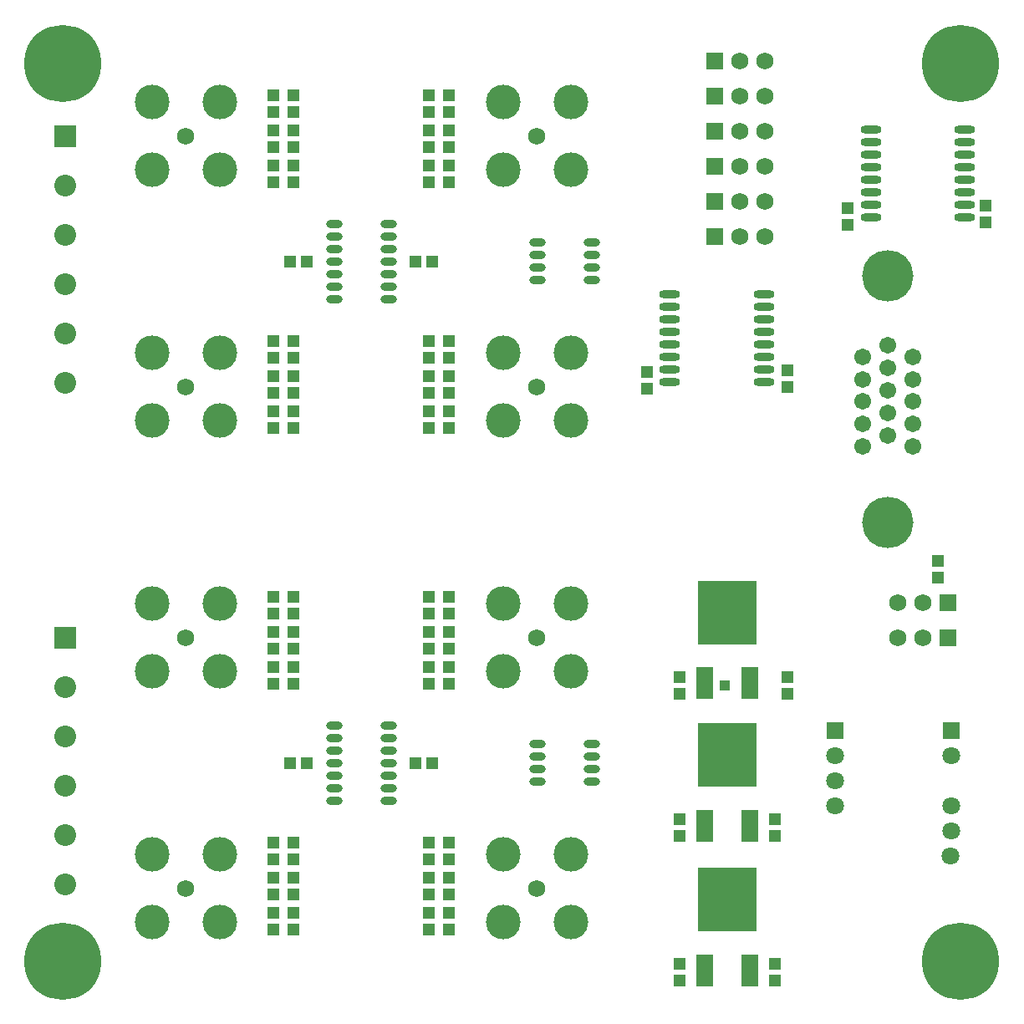
<source format=gbs>
G04*
G04 #@! TF.GenerationSoftware,Altium Limited,Altium Designer,22.1.2 (22)*
G04*
G04 Layer_Color=16711935*
%FSLAX25Y25*%
%MOIN*%
G70*
G04*
G04 #@! TF.SameCoordinates,8EC6406F-258D-449A-8705-EE3481E119B6*
G04*
G04*
G04 #@! TF.FilePolarity,Negative*
G04*
G01*
G75*
%ADD28R,0.04540X0.04540*%
%ADD30R,0.04540X0.04540*%
%ADD33R,0.03950X0.03950*%
%ADD36C,0.06706*%
%ADD37C,0.20485*%
%ADD38C,0.06800*%
%ADD39R,0.06800X0.06800*%
%ADD40C,0.30800*%
%ADD41C,0.03800*%
%ADD42C,0.07099*%
%ADD43C,0.13800*%
%ADD44C,0.08674*%
%ADD45R,0.08674X0.08674*%
%ADD47R,0.07099X0.07099*%
%ADD66R,0.07099X0.12611*%
%ADD67R,0.23635X0.25210*%
%ADD68O,0.08280X0.03162*%
%ADD69O,0.06509X0.03162*%
D28*
X410653Y399000D02*
D03*
X467346D02*
D03*
Y199000D02*
D03*
X410653D02*
D03*
X417346D02*
D03*
X460653D02*
D03*
Y399000D02*
D03*
X417346D02*
D03*
D30*
X553000Y348307D02*
D03*
Y355000D02*
D03*
X609000Y355693D02*
D03*
Y349000D02*
D03*
X603900Y176446D02*
D03*
X603800Y118947D02*
D03*
X609000Y233347D02*
D03*
X565900Y176446D02*
D03*
X565800Y118947D02*
D03*
X566000Y233347D02*
D03*
X688000Y421347D02*
D03*
X412000Y458653D02*
D03*
Y437347D02*
D03*
Y451346D02*
D03*
X466000Y458653D02*
D03*
Y437347D02*
D03*
Y451346D02*
D03*
Y339347D02*
D03*
Y360653D02*
D03*
Y346654D02*
D03*
X412000Y360653D02*
D03*
Y339347D02*
D03*
Y346654D02*
D03*
X466000Y160653D02*
D03*
X412000D02*
D03*
Y237347D02*
D03*
Y258653D02*
D03*
Y251346D02*
D03*
X466000Y258653D02*
D03*
Y237347D02*
D03*
Y251346D02*
D03*
Y139347D02*
D03*
Y146653D02*
D03*
X412000Y139347D02*
D03*
Y146653D02*
D03*
Y153347D02*
D03*
X404000Y146653D02*
D03*
Y153347D02*
D03*
Y132653D02*
D03*
Y139347D02*
D03*
X412000Y132653D02*
D03*
X466000Y153347D02*
D03*
Y132653D02*
D03*
X474000Y146653D02*
D03*
Y153347D02*
D03*
Y132653D02*
D03*
Y139347D02*
D03*
X466000Y244654D02*
D03*
Y230654D02*
D03*
Y265347D02*
D03*
X669000Y273000D02*
D03*
Y279693D02*
D03*
X474000Y258653D02*
D03*
Y265347D02*
D03*
Y244654D02*
D03*
Y251346D02*
D03*
X412000Y244654D02*
D03*
Y265347D02*
D03*
Y230654D02*
D03*
X404000Y258653D02*
D03*
Y265347D02*
D03*
Y244654D02*
D03*
Y251346D02*
D03*
X412000Y167347D02*
D03*
X404000D02*
D03*
Y160653D02*
D03*
X466000Y167347D02*
D03*
X404000Y230654D02*
D03*
Y237347D02*
D03*
X474000Y167347D02*
D03*
Y160653D02*
D03*
Y230654D02*
D03*
Y237347D02*
D03*
X412000Y353346D02*
D03*
Y332653D02*
D03*
X404000Y339347D02*
D03*
Y332653D02*
D03*
Y353346D02*
D03*
Y346654D02*
D03*
X412000Y367347D02*
D03*
X404000D02*
D03*
Y360653D02*
D03*
X466000Y353346D02*
D03*
Y367347D02*
D03*
X474000D02*
D03*
Y360653D02*
D03*
Y353346D02*
D03*
Y346654D02*
D03*
X466000Y332653D02*
D03*
X474000Y339347D02*
D03*
Y332653D02*
D03*
X466000Y444654D02*
D03*
Y430653D02*
D03*
X474000D02*
D03*
Y437347D02*
D03*
Y444654D02*
D03*
Y451346D02*
D03*
Y458653D02*
D03*
Y465346D02*
D03*
X466000D02*
D03*
X412000Y444654D02*
D03*
Y430653D02*
D03*
X404000Y444654D02*
D03*
Y451346D02*
D03*
Y430653D02*
D03*
Y437347D02*
D03*
Y458653D02*
D03*
Y465346D02*
D03*
X412000D02*
D03*
X688000Y414653D02*
D03*
X633000Y420346D02*
D03*
Y413654D02*
D03*
X566000Y226654D02*
D03*
X565800Y112253D02*
D03*
X565900Y169754D02*
D03*
X609000Y226654D02*
D03*
X603800Y112253D02*
D03*
X603900Y169754D02*
D03*
D33*
X584000Y230000D02*
D03*
D36*
X649000Y356512D02*
D03*
X659000Y325095D02*
D03*
X639000Y361000D02*
D03*
X649000Y365488D02*
D03*
Y347535D02*
D03*
Y338559D02*
D03*
Y329583D02*
D03*
X659000Y361000D02*
D03*
Y334071D02*
D03*
Y343047D02*
D03*
Y352024D02*
D03*
X639000D02*
D03*
Y343047D02*
D03*
Y334071D02*
D03*
Y325095D02*
D03*
D37*
X649000Y393244D02*
D03*
Y294858D02*
D03*
D38*
X653000Y263000D02*
D03*
X600000Y409000D02*
D03*
Y423000D02*
D03*
Y437000D02*
D03*
X653000Y249000D02*
D03*
X509000Y149000D02*
D03*
X369000D02*
D03*
X509000Y249000D02*
D03*
X369000D02*
D03*
X509000Y349000D02*
D03*
X369000D02*
D03*
X509000Y449000D02*
D03*
X369000D02*
D03*
X590000Y437000D02*
D03*
Y423000D02*
D03*
Y409000D02*
D03*
X663000Y263000D02*
D03*
Y249000D02*
D03*
X600000Y479000D02*
D03*
X590000D02*
D03*
X600000Y465000D02*
D03*
X590000D02*
D03*
X600000Y451000D02*
D03*
X590000D02*
D03*
D39*
X673000Y249000D02*
D03*
Y263000D02*
D03*
X580000Y479000D02*
D03*
Y465000D02*
D03*
Y437000D02*
D03*
Y423000D02*
D03*
Y409000D02*
D03*
Y451000D02*
D03*
D40*
X678000Y120000D02*
D03*
X320000D02*
D03*
X678000Y478000D02*
D03*
X320000D02*
D03*
D41*
X678000Y108750D02*
D03*
X668157Y114094D02*
D03*
Y125906D02*
D03*
X678000Y131250D02*
D03*
X687843Y114094D02*
D03*
Y125906D02*
D03*
X666750Y120000D02*
D03*
X672094Y110158D02*
D03*
Y129842D02*
D03*
X683906Y110158D02*
D03*
Y129842D02*
D03*
X689250Y120000D02*
D03*
X320000Y108750D02*
D03*
X310157Y114094D02*
D03*
Y125906D02*
D03*
X320000Y131250D02*
D03*
X329842Y114094D02*
D03*
Y125906D02*
D03*
X308750Y120000D02*
D03*
X314094Y110158D02*
D03*
Y129842D02*
D03*
X325905Y110158D02*
D03*
Y129842D02*
D03*
X331250Y120000D02*
D03*
X678000Y466750D02*
D03*
X668157Y472094D02*
D03*
Y483906D02*
D03*
X678000Y489250D02*
D03*
X687843Y472094D02*
D03*
Y483906D02*
D03*
X666750Y478000D02*
D03*
X672094Y468157D02*
D03*
Y487843D02*
D03*
X683906Y468157D02*
D03*
Y487843D02*
D03*
X689250Y478000D02*
D03*
X320000Y466750D02*
D03*
X310157Y472094D02*
D03*
Y483906D02*
D03*
X320000Y489250D02*
D03*
X329842Y472094D02*
D03*
Y483906D02*
D03*
X308750Y478000D02*
D03*
X314094Y468157D02*
D03*
Y487843D02*
D03*
X325905Y468157D02*
D03*
Y487843D02*
D03*
X331250Y478000D02*
D03*
D42*
X674257Y172018D02*
D03*
X628000Y192000D02*
D03*
Y182000D02*
D03*
Y202000D02*
D03*
X674000Y162000D02*
D03*
X674257Y202018D02*
D03*
Y182018D02*
D03*
D43*
X382500Y435500D02*
D03*
Y462500D02*
D03*
X355500D02*
D03*
Y435500D02*
D03*
X522500Y462500D02*
D03*
Y435500D02*
D03*
X495500D02*
D03*
Y462500D02*
D03*
X382500Y335500D02*
D03*
Y362500D02*
D03*
X355500D02*
D03*
Y335500D02*
D03*
X522500Y362500D02*
D03*
Y335500D02*
D03*
X495500D02*
D03*
Y362500D02*
D03*
X382500Y235500D02*
D03*
Y262500D02*
D03*
X355500D02*
D03*
Y235500D02*
D03*
X522500Y262500D02*
D03*
Y235500D02*
D03*
X495500D02*
D03*
Y262500D02*
D03*
X382500Y135500D02*
D03*
Y162500D02*
D03*
X355500D02*
D03*
Y135500D02*
D03*
X522500Y162500D02*
D03*
Y135500D02*
D03*
X495500D02*
D03*
Y162500D02*
D03*
D44*
X321000Y370260D02*
D03*
Y350575D02*
D03*
Y170260D02*
D03*
Y150575D02*
D03*
Y189945D02*
D03*
Y209630D02*
D03*
Y229315D02*
D03*
Y389945D02*
D03*
Y409630D02*
D03*
Y429315D02*
D03*
D45*
Y249000D02*
D03*
Y449000D02*
D03*
D47*
X628000Y212000D02*
D03*
X674257Y212018D02*
D03*
D66*
X575884Y173832D02*
D03*
X593916D02*
D03*
X575984Y230732D02*
D03*
X594016D02*
D03*
X593816Y116332D02*
D03*
X575784D02*
D03*
D67*
X584900Y202100D02*
D03*
X585000Y259000D02*
D03*
X584800Y144600D02*
D03*
D68*
X562000Y351000D02*
D03*
Y356000D02*
D03*
Y361000D02*
D03*
Y366000D02*
D03*
Y371000D02*
D03*
Y376000D02*
D03*
Y381000D02*
D03*
Y386000D02*
D03*
X599402Y351000D02*
D03*
Y356000D02*
D03*
Y361000D02*
D03*
Y366000D02*
D03*
Y371000D02*
D03*
Y376000D02*
D03*
Y381000D02*
D03*
Y386000D02*
D03*
X679701Y451500D02*
D03*
Y421500D02*
D03*
X642299Y416500D02*
D03*
Y421500D02*
D03*
Y426500D02*
D03*
Y431500D02*
D03*
Y436500D02*
D03*
Y441500D02*
D03*
Y446500D02*
D03*
Y451500D02*
D03*
X679701Y416500D02*
D03*
Y426500D02*
D03*
Y431500D02*
D03*
Y436500D02*
D03*
Y441500D02*
D03*
Y446500D02*
D03*
D69*
X530728Y191500D02*
D03*
Y196500D02*
D03*
Y201500D02*
D03*
Y206500D02*
D03*
Y391500D02*
D03*
Y396500D02*
D03*
Y401500D02*
D03*
Y406500D02*
D03*
X509272D02*
D03*
Y401500D02*
D03*
Y396500D02*
D03*
Y391500D02*
D03*
Y206500D02*
D03*
Y201500D02*
D03*
Y196500D02*
D03*
Y191500D02*
D03*
X428272Y184000D02*
D03*
Y189000D02*
D03*
Y194000D02*
D03*
Y199000D02*
D03*
Y204000D02*
D03*
Y209000D02*
D03*
Y214000D02*
D03*
X449728Y184000D02*
D03*
Y189000D02*
D03*
Y194000D02*
D03*
Y199000D02*
D03*
Y204000D02*
D03*
Y209000D02*
D03*
Y214000D02*
D03*
Y414000D02*
D03*
Y409000D02*
D03*
Y404000D02*
D03*
Y399000D02*
D03*
Y394000D02*
D03*
Y389000D02*
D03*
Y384000D02*
D03*
X428272Y414000D02*
D03*
Y409000D02*
D03*
Y404000D02*
D03*
Y399000D02*
D03*
Y394000D02*
D03*
Y389000D02*
D03*
Y384000D02*
D03*
M02*

</source>
